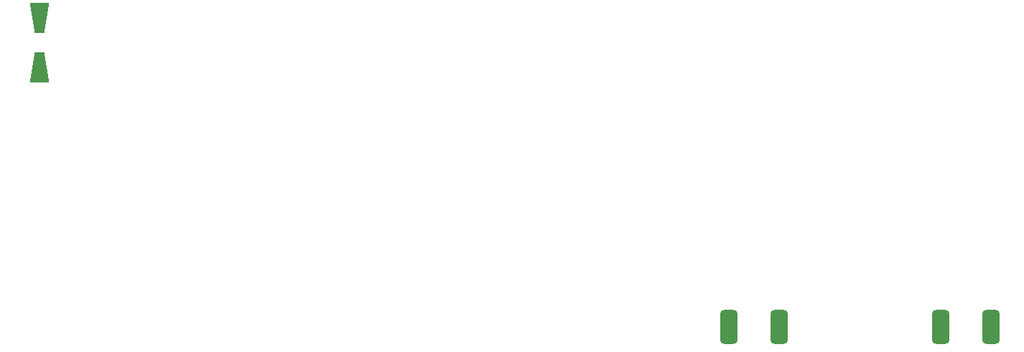
<source format=gbr>
%TF.GenerationSoftware,KiCad,Pcbnew,9.0.4*%
%TF.CreationDate,2025-12-08T23:22:33+01:00*%
%TF.ProjectId,van-obc,76616e2d-6f62-4632-9e6b-696361645f70,rev?*%
%TF.SameCoordinates,Original*%
%TF.FileFunction,Paste,Top*%
%TF.FilePolarity,Positive*%
%FSLAX46Y46*%
G04 Gerber Fmt 4.6, Leading zero omitted, Abs format (unit mm)*
G04 Created by KiCad (PCBNEW 9.0.4) date 2025-12-08 23:22:33*
%MOMM*%
%LPD*%
G01*
G04 APERTURE LIST*
G04 Aperture macros list*
%AMRoundRect*
0 Rectangle with rounded corners*
0 $1 Rounding radius*
0 $2 $3 $4 $5 $6 $7 $8 $9 X,Y pos of 4 corners*
0 Add a 4 corners polygon primitive as box body*
4,1,4,$2,$3,$4,$5,$6,$7,$8,$9,$2,$3,0*
0 Add four circle primitives for the rounded corners*
1,1,$1+$1,$2,$3*
1,1,$1+$1,$4,$5*
1,1,$1+$1,$6,$7*
1,1,$1+$1,$8,$9*
0 Add four rect primitives between the rounded corners*
20,1,$1+$1,$2,$3,$4,$5,0*
20,1,$1+$1,$4,$5,$6,$7,0*
20,1,$1+$1,$6,$7,$8,$9,0*
20,1,$1+$1,$8,$9,$2,$3,0*%
%AMOutline4P*
0 Free polygon, 4 corners , with rotation*
0 The origin of the aperture is its center*
0 number of corners: always 4*
0 $1 to $8 corner X, Y*
0 $9 Rotation angle, in degrees counterclockwise*
0 create outline with 4 corners*
4,1,4,$1,$2,$3,$4,$5,$6,$7,$8,$1,$2,$9*%
G04 Aperture macros list end*
%ADD10RoundRect,0.408164X0.591836X1.591836X-0.591836X1.591836X-0.591836X-1.591836X0.591836X-1.591836X0*%
%ADD11Outline4P,-1.800000X-1.150000X1.800000X-0.550000X1.800000X0.550000X-1.800000X1.150000X270.000000*%
%ADD12Outline4P,-1.800000X-1.150000X1.800000X-0.550000X1.800000X0.550000X-1.800000X1.150000X90.000000*%
G04 APERTURE END LIST*
D10*
%TO.C,R2*%
X113692500Y-98460000D03*
X107767500Y-98460000D03*
%TD*%
D11*
%TO.C,D1*%
X26500000Y-62000000D03*
D12*
X26500000Y-67800000D03*
%TD*%
D10*
%TO.C,R3*%
X138692500Y-98460000D03*
X132767500Y-98460000D03*
%TD*%
M02*

</source>
